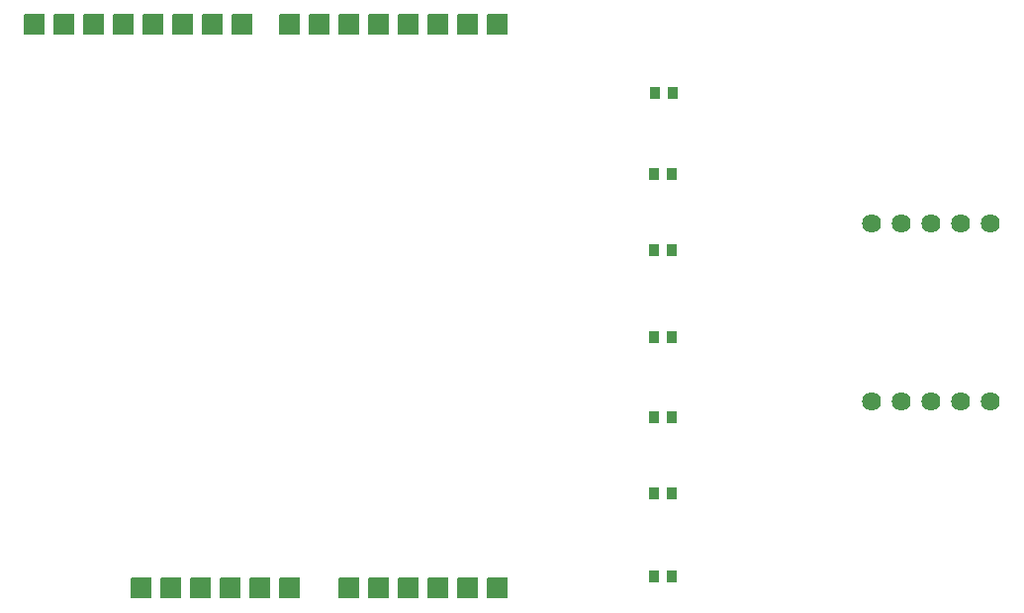
<source format=gts>
G04 Layer: TopSolderMaskLayer*
G04 EasyEDA v6.5.46, 2025-06-25 09:17:09*
G04 c32a7bcbb03645a88eb5fb473b9f6d41,a0a929ee5348484eab1505e8ec72bbe5,10*
G04 Gerber Generator version 0.2*
G04 Scale: 100 percent, Rotated: No, Reflected: No *
G04 Dimensions in millimeters *
G04 leading zeros omitted , absolute positions ,4 integer and 5 decimal *
%FSLAX45Y45*%
%MOMM*%

%AMMACRO1*4,1,8,-0.4243,-0.4829,-0.454,-0.4529,-0.454,0.4531,-0.4243,0.4829,0.4241,0.4829,0.454,0.4531,0.454,-0.4529,0.4241,-0.4829,-0.4243,-0.4829,0*%
%AMMACRO2*4,1,8,-0.8593,-0.889,-0.889,-0.859,-0.889,0.8593,-0.8593,0.889,0.859,0.889,0.889,0.8593,0.889,-0.859,0.859,-0.889,-0.8593,-0.889,0*%
%ADD10MACRO1*%
%ADD11C,1.6256*%
%ADD12MACRO2*%

%LPD*%
D10*
G01*
X9422523Y8597900D03*
G01*
X9271876Y8597900D03*
G01*
X9409823Y7899400D03*
G01*
X9259176Y7899400D03*
G01*
X9409823Y7251700D03*
G01*
X9259176Y7251700D03*
G01*
X9409823Y6502400D03*
G01*
X9259176Y6502400D03*
G01*
X9409823Y5816600D03*
G01*
X9259176Y5816600D03*
G01*
X9409823Y5168900D03*
G01*
X9259176Y5168900D03*
G01*
X9409823Y4457700D03*
G01*
X9259176Y4457700D03*
D11*
G01*
X11125200Y5956300D03*
G01*
X11379200Y5956300D03*
G01*
X11633200Y5956300D03*
G01*
X11887200Y5956300D03*
G01*
X12141200Y5956300D03*
G01*
X12141200Y7480300D03*
G01*
X11887200Y7480300D03*
G01*
X11633200Y7480300D03*
G01*
X11379200Y7480300D03*
G01*
X11125200Y7480300D03*
D12*
G01*
X6908800Y9182100D03*
G01*
X6654800Y4356100D03*
G01*
X7162800Y9182100D03*
G01*
X7416800Y9182100D03*
G01*
X7670800Y9182100D03*
G01*
X7924800Y9182100D03*
G01*
X6654800Y9182100D03*
G01*
X6400800Y9182100D03*
G01*
X6146800Y9182100D03*
G01*
X5740400Y9182100D03*
G01*
X5486400Y9182100D03*
G01*
X5232400Y9182100D03*
G01*
X4978400Y9182100D03*
G01*
X4724400Y9182100D03*
G01*
X4470400Y9182100D03*
G01*
X4216400Y9182100D03*
G01*
X3962400Y9182100D03*
G01*
X6908800Y4356100D03*
G01*
X7162800Y4356100D03*
G01*
X7416800Y4356100D03*
G01*
X7670800Y4356100D03*
G01*
X7924800Y4356100D03*
G01*
X6146800Y4356100D03*
G01*
X5892800Y4356100D03*
G01*
X5638800Y4356100D03*
G01*
X5384800Y4356100D03*
G01*
X5130800Y4356100D03*
G01*
X4876800Y4356100D03*
M02*

</source>
